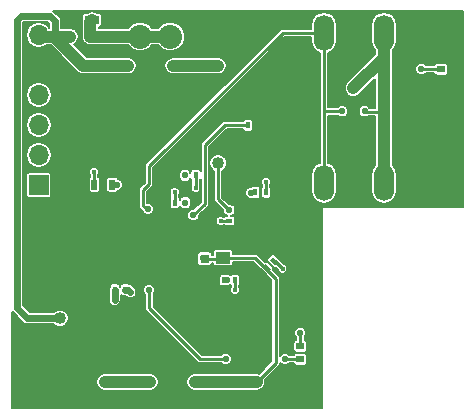
<source format=gbr>
G04 #@! TF.FileFunction,Copper,L2,Bot,Signal*
%FSLAX46Y46*%
G04 Gerber Fmt 4.6, Leading zero omitted, Abs format (unit mm)*
G04 Created by KiCad (PCBNEW 4.0.5) date 05/26/17 15:09:59*
%MOMM*%
%LPD*%
G01*
G04 APERTURE LIST*
%ADD10C,0.100000*%
%ADD11C,2.032000*%
%ADD12C,0.356000*%
%ADD13R,1.200000X0.750000*%
%ADD14R,0.600000X0.800000*%
%ADD15R,1.250000X1.000000*%
%ADD16R,0.750000X0.800000*%
%ADD17R,0.700000X0.600000*%
%ADD18R,1.700000X1.700000*%
%ADD19O,1.700000X1.700000*%
%ADD20O,1.727200X3.048000*%
%ADD21R,0.500000X0.900000*%
%ADD22R,0.400000X0.600000*%
%ADD23C,0.381000*%
%ADD24R,0.600000X0.400000*%
%ADD25C,1.016000*%
%ADD26C,0.558800*%
%ADD27C,0.254000*%
%ADD28C,1.016000*%
%ADD29C,0.558800*%
%ADD30C,0.152400*%
G04 APERTURE END LIST*
D10*
D11*
X13462000Y31521400D03*
X10922000Y31521400D03*
X12192000Y4597400D03*
D12*
X16954500Y18211800D03*
X20878800Y9956800D03*
X20878800Y10617200D03*
X20878800Y9296400D03*
X25679400Y5054600D03*
X25679400Y7594600D03*
X25679400Y10769600D03*
X25679400Y11404600D03*
X25679400Y8229600D03*
X25679400Y6324600D03*
X25679400Y5689600D03*
X25679400Y8864600D03*
X25679400Y10134600D03*
X25679400Y9499600D03*
X25679400Y6959600D03*
X20878800Y7315200D03*
X25679400Y3784600D03*
X16560800Y6756400D03*
X25679400Y4419600D03*
X18542000Y6756400D03*
X20955000Y15265400D03*
X18897600Y22453600D03*
X19202400Y6756400D03*
X17221200Y6756400D03*
X17881600Y6756400D03*
X19862800Y6756400D03*
X20878800Y8636000D03*
X15900400Y6756400D03*
X25679400Y3149600D03*
X25679400Y2514600D03*
X15252700Y6756400D03*
X25679400Y1244600D03*
X25679400Y609600D03*
X20523200Y6756400D03*
X25171400Y11785600D03*
X29083000Y17526000D03*
X27940000Y17526000D03*
X25400000Y15621000D03*
X24638000Y15621000D03*
X23812500Y15621000D03*
X23050500Y15621000D03*
X23812500Y16827500D03*
X23812500Y20066000D03*
X23812500Y21336000D03*
X22783800Y21513800D03*
X20243800Y21526500D03*
X34544000Y17526000D03*
X20472400Y14782800D03*
X10274300Y17767300D03*
X16865600Y15722600D03*
X26250900Y16065500D03*
X36017200Y18516600D03*
X18897600Y20802600D03*
X14935200Y7327900D03*
X18288000Y9550400D03*
X16510000Y10972800D03*
X12585700Y10058400D03*
X19659600Y8166100D03*
X13931900Y7327900D03*
X19659600Y9309100D03*
X25679400Y1879600D03*
X18516600Y8166100D03*
X23228300Y7785100D03*
X20878800Y7975600D03*
X18427700Y17830800D03*
X25209500Y20955000D03*
X23710900Y22517100D03*
X33401000Y17526000D03*
X25209500Y17526000D03*
X25209500Y16383000D03*
X22288500Y15621000D03*
X21526500Y15621000D03*
X21513800Y22123400D03*
X25209500Y22237700D03*
X30226000Y17526000D03*
X18897600Y21640800D03*
X13589000Y12446000D03*
X12954000Y12446000D03*
X12319000Y12446000D03*
X11684000Y12446000D03*
X11049000Y12446000D03*
X11049000Y13081000D03*
X11684000Y13081000D03*
X12319000Y13081000D03*
X12954000Y13081000D03*
X13589000Y13081000D03*
X13589000Y13716000D03*
X12954000Y13716000D03*
X12319000Y13716000D03*
X11684000Y13716000D03*
X11049000Y13716000D03*
X11049000Y14351000D03*
X11684000Y14351000D03*
X12319000Y14351000D03*
X12954000Y14351000D03*
X13589000Y14351000D03*
X13589000Y14986000D03*
X12954000Y14986000D03*
X12319000Y14986000D03*
X11684000Y14986000D03*
X11049000Y14986000D03*
D13*
X6842800Y32943800D03*
X4942800Y32943800D03*
D14*
X4992000Y31521400D03*
X6692000Y31521400D03*
D15*
X17932400Y12804900D03*
X17932400Y14804900D03*
D16*
X16357600Y12712000D03*
X16357600Y14212000D03*
D17*
X36385500Y28769400D03*
X36385500Y27669400D03*
X24472900Y4212500D03*
X24472900Y5312500D03*
D18*
X2311400Y18948400D03*
D19*
X2311400Y21488400D03*
X2311400Y24028400D03*
X2311400Y26568400D03*
X2311400Y29108400D03*
X2311400Y31648400D03*
D20*
X31546800Y31851600D03*
X26466800Y31851600D03*
X31546800Y19151600D03*
X26466800Y19151600D03*
D21*
X7022400Y18999200D03*
X8522400Y18999200D03*
D10*
G36*
X21685413Y11558349D02*
X21261149Y11982613D01*
X21543991Y12265455D01*
X21968255Y11841191D01*
X21685413Y11558349D01*
X21685413Y11558349D01*
G37*
G36*
X22321809Y12194745D02*
X21897545Y12619009D01*
X22180387Y12901851D01*
X22604651Y12477587D01*
X22321809Y12194745D01*
X22321809Y12194745D01*
G37*
D22*
X14737500Y17462500D03*
X13837500Y17462500D03*
X15601100Y19773900D03*
X14701100Y19773900D03*
X20657400Y18338800D03*
X21557400Y18338800D03*
D23*
X7023100Y20053300D03*
X8750300Y9220200D03*
X22961600Y11887200D03*
X17716500Y15925800D03*
X15595600Y18719800D03*
X13830300Y18364200D03*
X18935700Y10058400D03*
X21564600Y19202400D03*
D22*
X8744800Y10109200D03*
X9644800Y10109200D03*
D24*
X18440400Y16833000D03*
X18440400Y15933000D03*
D22*
X18041200Y10909300D03*
X18941200Y10909300D03*
X20922400Y24028400D03*
X20022400Y24028400D03*
D25*
X15544800Y2286000D03*
X7924800Y2286000D03*
X11734800Y2286000D03*
D26*
X16214000Y12801600D03*
D25*
X17513300Y20815300D03*
D26*
X18440400Y16833000D03*
D25*
X28956000Y27152600D03*
D26*
X17513300Y29070300D03*
X13703300Y29070300D03*
X9893300Y29070300D03*
X29906000Y25196800D03*
X10083800Y9880600D03*
D25*
X4114800Y7683500D03*
D26*
X8915400Y18977100D03*
X18248600Y10910800D03*
X14719300Y17472660D03*
X14701100Y19773900D03*
X20289200Y18313400D03*
X34721800Y28778200D03*
X24472900Y6438900D03*
X28006000Y25196800D03*
X11569700Y16916400D03*
X15417800Y16395700D03*
X11633200Y10058400D03*
X18148300Y4216400D03*
X23164800Y4216400D03*
D27*
X21614702Y11911902D02*
X21614702Y11811698D01*
X21614702Y11811698D02*
X21971000Y11455400D01*
X22377400Y3886200D02*
X22377400Y11049000D01*
X20621500Y12804900D02*
X17932400Y12804900D01*
X22377400Y11049000D02*
X21971000Y11455400D01*
X21971000Y11455400D02*
X20621500Y12804900D01*
D28*
X19354800Y2286000D02*
X20777200Y2286000D01*
D27*
X20777200Y2286000D02*
X22377400Y3886200D01*
D28*
X7924800Y2286000D02*
X11734800Y2286000D01*
X15544800Y2286000D02*
X19354800Y2286000D01*
D27*
X22377400Y3886200D02*
X22377400Y3873500D01*
X16357600Y12712000D02*
X17839500Y12712000D01*
X17839500Y12712000D02*
X17932400Y12804900D01*
X16214000Y12801600D02*
X16303600Y12712000D01*
X16303600Y12712000D02*
X16357600Y12712000D01*
X17513300Y20815300D02*
X17513300Y17760100D01*
X17513300Y17760100D02*
X18440400Y16833000D01*
D28*
X31546800Y19151600D02*
X31546800Y31851600D01*
X28956000Y27152600D02*
X31546800Y29743400D01*
X31546800Y29743400D02*
X31546800Y31851600D01*
X3721100Y31521400D02*
X3721100Y31432500D01*
X13703300Y29070300D02*
X17513300Y29070300D01*
X6083300Y29070300D02*
X9893300Y29070300D01*
X3721100Y31432500D02*
X6083300Y29070300D01*
D27*
X31546800Y25146000D02*
X29956800Y25146000D01*
X29956800Y25146000D02*
X29906000Y25196800D01*
X31546800Y31851600D02*
X31546800Y25146000D01*
X31546800Y25146000D02*
X31546800Y19151600D01*
D29*
X9644800Y10109200D02*
X9855200Y10109200D01*
X9855200Y10109200D02*
X10083800Y9880600D01*
X3721100Y31521400D02*
X3721100Y32829500D01*
X1346200Y7683500D02*
X4114800Y7683500D01*
X469900Y8559800D02*
X1346200Y7683500D01*
X469900Y32931100D02*
X469900Y8559800D01*
X812800Y33274000D02*
X469900Y32931100D01*
X3276600Y33274000D02*
X812800Y33274000D01*
X3721100Y32829500D02*
X3276600Y33274000D01*
D28*
X4992000Y31521400D02*
X3721100Y31521400D01*
X3721100Y31521400D02*
X2438400Y31521400D01*
X2438400Y31521400D02*
X2311400Y31648400D01*
D27*
X8893300Y18999200D02*
X8522400Y18999200D01*
X8915400Y18977100D02*
X8893300Y18999200D01*
X18041200Y10909300D02*
X18247100Y10909300D01*
X18247100Y10909300D02*
X18248600Y10910800D01*
X14719300Y17472660D02*
X14729460Y17462500D01*
X14729460Y17462500D02*
X14737500Y17462500D01*
D28*
X6692000Y31521400D02*
X6692000Y32793000D01*
X6692000Y32793000D02*
X6842800Y32943800D01*
X6690400Y31519800D02*
X6692000Y31521400D01*
X13462000Y31521400D02*
X10922000Y31521400D01*
X10922000Y31521400D02*
X6692000Y31521400D01*
D27*
X20289200Y18313400D02*
X20632000Y18313400D01*
X20632000Y18313400D02*
X20657400Y18338800D01*
X20543100Y18313400D02*
X20289200Y18313400D01*
X20327300Y18351500D02*
X20365300Y18351500D01*
X20289200Y18313400D02*
X20327300Y18351500D01*
X20543100Y18313400D02*
X20555800Y18326100D01*
X34730600Y28769400D02*
X36385500Y28769400D01*
X34721800Y28778200D02*
X34730600Y28769400D01*
X24472900Y5312500D02*
X24472900Y6438900D01*
X22251098Y12548298D02*
X22300502Y12548298D01*
X22300502Y12548298D02*
X22961600Y11887200D01*
X18440400Y15933000D02*
X17723700Y15933000D01*
X17723700Y15933000D02*
X17716500Y15925800D01*
X13830300Y18364200D02*
X13830300Y17469700D01*
X13830300Y17469700D02*
X13837500Y17462500D01*
X15595600Y18719800D02*
X15595600Y19768400D01*
X15595600Y19768400D02*
X15601100Y19773900D01*
X28006000Y25196800D02*
X26466800Y25196800D01*
X26466800Y19151600D02*
X26466800Y25196800D01*
X26466800Y25196800D02*
X26466800Y31851600D01*
X11569700Y16916400D02*
X11468100Y16916400D01*
X22961600Y31851600D02*
X26466800Y31851600D01*
X11671300Y20561300D02*
X22961600Y31851600D01*
X11671300Y19024600D02*
X11671300Y20561300D01*
X11163300Y18516600D02*
X11671300Y19024600D01*
X11163300Y17221200D02*
X11163300Y18516600D01*
X11468100Y16916400D02*
X11163300Y17221200D01*
X18935700Y10058400D02*
X18935700Y10903800D01*
X18935700Y10903800D02*
X18941200Y10909300D01*
X7023100Y20053300D02*
X7023100Y18999900D01*
X7023100Y18999900D02*
X7022400Y18999200D01*
D29*
X8744800Y10109200D02*
X8744800Y9225700D01*
X8744800Y9225700D02*
X8750300Y9220200D01*
D27*
X18072100Y24028400D02*
X20022400Y24028400D01*
X16383000Y22339300D02*
X18072100Y24028400D01*
X16383000Y17360900D02*
X16383000Y22339300D01*
X15417800Y16395700D02*
X16383000Y17360900D01*
X21557400Y18338800D02*
X21557400Y19195200D01*
X21557400Y19195200D02*
X21564600Y19202400D01*
X11633200Y10058400D02*
X11684000Y10007600D01*
X11684000Y10007600D02*
X11684000Y8521700D01*
X11684000Y8521700D02*
X15989300Y4216400D01*
X15989300Y4216400D02*
X18148300Y4216400D01*
X23168700Y4212500D02*
X24472900Y4212500D01*
X23164800Y4216400D02*
X23168700Y4212500D01*
D30*
G36*
X38277800Y17068800D02*
X26377900Y17068800D01*
X26348254Y17062797D01*
X26323279Y17045732D01*
X26306911Y17020295D01*
X26301700Y16992600D01*
X26301700Y76200D01*
X76200Y76200D01*
X76200Y2140124D01*
X7188072Y2140124D01*
X7299977Y1869295D01*
X7507005Y1661905D01*
X7777638Y1549528D01*
X8070676Y1549272D01*
X8070986Y1549400D01*
X11734157Y1549400D01*
X11880676Y1549272D01*
X12151505Y1661177D01*
X12358895Y1868205D01*
X12471272Y2138838D01*
X12471273Y2140124D01*
X14808072Y2140124D01*
X14919977Y1869295D01*
X15127005Y1661905D01*
X15397638Y1549528D01*
X15690676Y1549272D01*
X15690986Y1549400D01*
X20777200Y1549400D01*
X21059085Y1605470D01*
X21298055Y1765145D01*
X21457730Y2004115D01*
X21513800Y2286000D01*
X21475026Y2480932D01*
X22590573Y3596479D01*
X22628847Y3622053D01*
X22705932Y3737418D01*
X22733000Y3873500D01*
X22733000Y3931166D01*
X22733888Y3929017D01*
X22876666Y3785990D01*
X23063309Y3708489D01*
X23265404Y3708312D01*
X23452183Y3785488D01*
X23523720Y3856900D01*
X23900284Y3856900D01*
X23905762Y3827786D01*
X23955828Y3749982D01*
X24032220Y3697785D01*
X24122900Y3679422D01*
X24822900Y3679422D01*
X24907614Y3695362D01*
X24985418Y3745428D01*
X25037615Y3821820D01*
X25055978Y3912500D01*
X25055978Y4512500D01*
X25040038Y4597214D01*
X24989972Y4675018D01*
X24913580Y4727215D01*
X24822900Y4745578D01*
X24122900Y4745578D01*
X24038186Y4729638D01*
X23960382Y4679572D01*
X23908185Y4603180D01*
X23901081Y4568100D01*
X23531507Y4568100D01*
X23452934Y4646810D01*
X23266291Y4724311D01*
X23064196Y4724488D01*
X22877417Y4647312D01*
X22734390Y4504534D01*
X22733000Y4501187D01*
X22733000Y5612500D01*
X23889822Y5612500D01*
X23889822Y5012500D01*
X23905762Y4927786D01*
X23955828Y4849982D01*
X24032220Y4797785D01*
X24122900Y4779422D01*
X24822900Y4779422D01*
X24907614Y4795362D01*
X24985418Y4845428D01*
X25037615Y4921820D01*
X25055978Y5012500D01*
X25055978Y5612500D01*
X25040038Y5697214D01*
X24989972Y5775018D01*
X24913580Y5827215D01*
X24828500Y5844444D01*
X24828500Y6076086D01*
X24903310Y6150766D01*
X24980811Y6337409D01*
X24980988Y6539504D01*
X24903812Y6726283D01*
X24761034Y6869310D01*
X24574391Y6946811D01*
X24372296Y6946988D01*
X24185517Y6869812D01*
X24042490Y6727034D01*
X23964989Y6540391D01*
X23964812Y6338296D01*
X24041988Y6151517D01*
X24117300Y6076074D01*
X24117300Y5844524D01*
X24038186Y5829638D01*
X23960382Y5779572D01*
X23908185Y5703180D01*
X23889822Y5612500D01*
X22733000Y5612500D01*
X22733000Y11049000D01*
X22705932Y11185082D01*
X22628847Y11300447D01*
X22181705Y11747589D01*
X22201311Y11837971D01*
X22184202Y11928897D01*
X22133066Y12006002D01*
X21708802Y12430266D01*
X21637629Y12478897D01*
X21547211Y12498511D01*
X21456285Y12481402D01*
X21451239Y12478055D01*
X21307065Y12622229D01*
X21664489Y12622229D01*
X21681598Y12531303D01*
X21732734Y12454198D01*
X22156998Y12029934D01*
X22228171Y11981303D01*
X22318589Y11961689D01*
X22373824Y11972082D01*
X22542936Y11802970D01*
X22606097Y11650109D01*
X22723889Y11532111D01*
X22877870Y11468173D01*
X23044598Y11468027D01*
X23198691Y11531697D01*
X23316689Y11649489D01*
X23380627Y11803470D01*
X23380773Y11970198D01*
X23317103Y12124291D01*
X23199311Y12242289D01*
X23045564Y12306130D01*
X22828524Y12523170D01*
X22820598Y12565293D01*
X22769462Y12642398D01*
X22345198Y13066662D01*
X22274025Y13115293D01*
X22183607Y13134907D01*
X22092681Y13117798D01*
X22015576Y13066662D01*
X21732734Y12783820D01*
X21684103Y12712647D01*
X21664489Y12622229D01*
X21307065Y12622229D01*
X20872947Y13056347D01*
X20757583Y13133432D01*
X20621500Y13160500D01*
X18790478Y13160500D01*
X18790478Y13304900D01*
X18774538Y13389614D01*
X18724472Y13467418D01*
X18648080Y13519615D01*
X18557400Y13537978D01*
X17307400Y13537978D01*
X17222686Y13522038D01*
X17144882Y13471972D01*
X17092685Y13395580D01*
X17074322Y13304900D01*
X17074322Y13067600D01*
X16965678Y13067600D01*
X16965678Y13112000D01*
X16949738Y13196714D01*
X16899672Y13274518D01*
X16823280Y13326715D01*
X16732600Y13345078D01*
X15982600Y13345078D01*
X15897886Y13329138D01*
X15820082Y13279072D01*
X15767885Y13202680D01*
X15749522Y13112000D01*
X15749522Y13007689D01*
X15706089Y12903091D01*
X15705912Y12700996D01*
X15749522Y12595452D01*
X15749522Y12312000D01*
X15765462Y12227286D01*
X15815528Y12149482D01*
X15891920Y12097285D01*
X15982600Y12078922D01*
X16732600Y12078922D01*
X16817314Y12094862D01*
X16895118Y12144928D01*
X16947315Y12221320D01*
X16965678Y12312000D01*
X16965678Y12356400D01*
X17074322Y12356400D01*
X17074322Y12304900D01*
X17090262Y12220186D01*
X17140328Y12142382D01*
X17216720Y12090185D01*
X17307400Y12071822D01*
X18557400Y12071822D01*
X18642114Y12087762D01*
X18719918Y12137828D01*
X18772115Y12214220D01*
X18790478Y12304900D01*
X18790478Y12449300D01*
X20474206Y12449300D01*
X21077895Y11845611D01*
X21096338Y11817802D01*
X21520602Y11393538D01*
X21550174Y11373332D01*
X22021800Y10901706D01*
X22021800Y4033494D01*
X20972132Y2983826D01*
X20777200Y3022600D01*
X15545443Y3022600D01*
X15398924Y3022728D01*
X15128095Y2910823D01*
X14920705Y2703795D01*
X14808328Y2433162D01*
X14808072Y2140124D01*
X12471273Y2140124D01*
X12471528Y2431876D01*
X12359623Y2702705D01*
X12152595Y2910095D01*
X11881962Y3022472D01*
X11588924Y3022728D01*
X11588614Y3022600D01*
X7925443Y3022600D01*
X7778924Y3022728D01*
X7508095Y2910823D01*
X7300705Y2703795D01*
X7188328Y2433162D01*
X7188072Y2140124D01*
X76200Y2140124D01*
X76200Y8252208D01*
X110690Y8200590D01*
X986990Y7324290D01*
X1151796Y7214169D01*
X1184050Y7207754D01*
X1346200Y7175500D01*
X3581113Y7175500D01*
X3697005Y7059405D01*
X3967638Y6947028D01*
X4260676Y6946772D01*
X4531505Y7058677D01*
X4738895Y7265705D01*
X4851272Y7536338D01*
X4851528Y7829376D01*
X4739623Y8100205D01*
X4532595Y8307595D01*
X4261962Y8419972D01*
X3968924Y8420228D01*
X3698095Y8308323D01*
X3581068Y8191500D01*
X1556620Y8191500D01*
X977900Y8770220D01*
X977900Y10109200D01*
X8236800Y10109200D01*
X8236800Y9225700D01*
X8275469Y9031297D01*
X8385590Y8866490D01*
X8391090Y8860990D01*
X8555896Y8750869D01*
X8750300Y8712200D01*
X8944703Y8750869D01*
X9109510Y8860990D01*
X9219631Y9025797D01*
X9258300Y9220200D01*
X9252800Y9247851D01*
X9252800Y9685421D01*
X9277728Y9646682D01*
X9354120Y9594485D01*
X9444800Y9576122D01*
X9669858Y9576122D01*
X9724564Y9521416D01*
X9795666Y9450190D01*
X9889393Y9411271D01*
X9889396Y9411269D01*
X9889400Y9411268D01*
X9982309Y9372689D01*
X10184404Y9372512D01*
X10371183Y9449688D01*
X10514210Y9592466D01*
X10591711Y9779109D01*
X10591867Y9957796D01*
X11125112Y9957796D01*
X11202288Y9771017D01*
X11328400Y9644685D01*
X11328400Y8521700D01*
X11355468Y8385617D01*
X11432553Y8270253D01*
X15737853Y3964953D01*
X15853218Y3887868D01*
X15989300Y3860800D01*
X17785486Y3860800D01*
X17860166Y3785990D01*
X18046809Y3708489D01*
X18248904Y3708312D01*
X18435683Y3785488D01*
X18578710Y3928266D01*
X18656211Y4114909D01*
X18656388Y4317004D01*
X18579212Y4503783D01*
X18436434Y4646810D01*
X18249791Y4724311D01*
X18047696Y4724488D01*
X17860917Y4647312D01*
X17785474Y4572000D01*
X16136594Y4572000D01*
X12039600Y8668994D01*
X12039600Y9746298D01*
X12063610Y9770266D01*
X12141111Y9956909D01*
X12141288Y10159004D01*
X12064112Y10345783D01*
X11921334Y10488810D01*
X11734691Y10566311D01*
X11532596Y10566488D01*
X11345817Y10489312D01*
X11202790Y10346534D01*
X11125289Y10159891D01*
X11125112Y9957796D01*
X10591867Y9957796D01*
X10591888Y9981204D01*
X10553132Y10075001D01*
X10553131Y10075004D01*
X10553129Y10075006D01*
X10514712Y10167983D01*
X10371934Y10311010D01*
X10371722Y10311098D01*
X10214410Y10468410D01*
X10049603Y10578531D01*
X9982311Y10591916D01*
X9935480Y10623915D01*
X9844800Y10642278D01*
X9444800Y10642278D01*
X9360086Y10626338D01*
X9282282Y10576272D01*
X9230085Y10499880D01*
X9211722Y10409200D01*
X9211722Y10357859D01*
X9194800Y10332534D01*
X9177878Y10357859D01*
X9177878Y10409200D01*
X9161938Y10493914D01*
X9111872Y10571718D01*
X9035480Y10623915D01*
X8944800Y10642278D01*
X8544800Y10642278D01*
X8460086Y10626338D01*
X8382282Y10576272D01*
X8330085Y10499880D01*
X8311722Y10409200D01*
X8311722Y10357859D01*
X8275469Y10303603D01*
X8236800Y10109200D01*
X977900Y10109200D01*
X977900Y11209300D01*
X17608122Y11209300D01*
X17608122Y10609300D01*
X17624062Y10524586D01*
X17674128Y10446782D01*
X17750520Y10394585D01*
X17841200Y10376222D01*
X18241200Y10376222D01*
X18325914Y10392162D01*
X18342318Y10402718D01*
X18349204Y10402712D01*
X18535983Y10479888D01*
X18546237Y10490125D01*
X18574128Y10446782D01*
X18580100Y10442701D01*
X18580100Y10294880D01*
X18516673Y10142130D01*
X18516527Y9975402D01*
X18580197Y9821309D01*
X18697989Y9703311D01*
X18851970Y9639373D01*
X19018698Y9639227D01*
X19172791Y9702897D01*
X19290789Y9820689D01*
X19354727Y9974670D01*
X19354873Y10141398D01*
X19291300Y10295256D01*
X19291300Y10434237D01*
X19303718Y10442228D01*
X19355915Y10518620D01*
X19374278Y10609300D01*
X19374278Y11209300D01*
X19358338Y11294014D01*
X19308272Y11371818D01*
X19231880Y11424015D01*
X19141200Y11442378D01*
X18741200Y11442378D01*
X18656486Y11426438D01*
X18578682Y11376372D01*
X18547374Y11330552D01*
X18536734Y11341210D01*
X18350091Y11418711D01*
X18339629Y11418720D01*
X18331880Y11424015D01*
X18241200Y11442378D01*
X17841200Y11442378D01*
X17756486Y11426438D01*
X17678682Y11376372D01*
X17626485Y11299980D01*
X17608122Y11209300D01*
X977900Y11209300D01*
X977900Y19798400D01*
X1228322Y19798400D01*
X1228322Y18098400D01*
X1244262Y18013686D01*
X1294328Y17935882D01*
X1370720Y17883685D01*
X1461400Y17865322D01*
X3161400Y17865322D01*
X3246114Y17881262D01*
X3323918Y17931328D01*
X3376115Y18007720D01*
X3394478Y18098400D01*
X3394478Y19449200D01*
X6539322Y19449200D01*
X6539322Y18549200D01*
X6555262Y18464486D01*
X6605328Y18386682D01*
X6681720Y18334485D01*
X6772400Y18316122D01*
X7272400Y18316122D01*
X7357114Y18332062D01*
X7434918Y18382128D01*
X7487115Y18458520D01*
X7505478Y18549200D01*
X7505478Y19449200D01*
X8039322Y19449200D01*
X8039322Y18549200D01*
X8055262Y18464486D01*
X8105328Y18386682D01*
X8181720Y18334485D01*
X8272400Y18316122D01*
X8772400Y18316122D01*
X8857114Y18332062D01*
X8934918Y18382128D01*
X8987115Y18458520D01*
X8989244Y18469035D01*
X9016004Y18469012D01*
X9131175Y18516600D01*
X10807700Y18516600D01*
X10807700Y17221200D01*
X10834768Y17085117D01*
X10911853Y16969753D01*
X11061616Y16819990D01*
X11061612Y16815796D01*
X11138788Y16629017D01*
X11281566Y16485990D01*
X11468209Y16408489D01*
X11670304Y16408312D01*
X11857083Y16485488D01*
X12000110Y16628266D01*
X12077611Y16814909D01*
X12077788Y17017004D01*
X12000612Y17203783D01*
X11857834Y17346810D01*
X11671191Y17424311D01*
X11518900Y17424444D01*
X11518900Y17762500D01*
X13404422Y17762500D01*
X13404422Y17162500D01*
X13420362Y17077786D01*
X13470428Y16999982D01*
X13546820Y16947785D01*
X13637500Y16929422D01*
X14037500Y16929422D01*
X14122214Y16945362D01*
X14200018Y16995428D01*
X14252215Y17071820D01*
X14270578Y17162500D01*
X14270578Y17228380D01*
X14288388Y17185277D01*
X14304422Y17169215D01*
X14304422Y17162500D01*
X14320362Y17077786D01*
X14370428Y16999982D01*
X14446820Y16947785D01*
X14537500Y16929422D01*
X14937500Y16929422D01*
X15022214Y16945362D01*
X15100018Y16995428D01*
X15152215Y17071820D01*
X15170578Y17162500D01*
X15170578Y17234782D01*
X15227211Y17371169D01*
X15227388Y17573264D01*
X15170578Y17710754D01*
X15170578Y17762500D01*
X15154638Y17847214D01*
X15104572Y17925018D01*
X15028180Y17977215D01*
X14937500Y17995578D01*
X14537500Y17995578D01*
X14452786Y17979638D01*
X14374982Y17929572D01*
X14322785Y17853180D01*
X14307924Y17779795D01*
X14288890Y17760794D01*
X14270578Y17716694D01*
X14270578Y17762500D01*
X14254638Y17847214D01*
X14204572Y17925018D01*
X14185900Y17937776D01*
X14185900Y18127720D01*
X14249327Y18280470D01*
X14249473Y18447198D01*
X14185803Y18601291D01*
X14068011Y18719289D01*
X13914030Y18783227D01*
X13747302Y18783373D01*
X13593209Y18719703D01*
X13475211Y18601911D01*
X13411273Y18447930D01*
X13411127Y18281202D01*
X13474700Y18127344D01*
X13474700Y17929159D01*
X13422785Y17853180D01*
X13404422Y17762500D01*
X11518900Y17762500D01*
X11518900Y18369306D01*
X11922747Y18773152D01*
X11988713Y18871878D01*
X11999832Y18888518D01*
X12026900Y19024600D01*
X12026900Y19673296D01*
X14193012Y19673296D01*
X14268022Y19491759D01*
X14268022Y19473900D01*
X14283962Y19389186D01*
X14334028Y19311382D01*
X14410420Y19259185D01*
X14501100Y19240822D01*
X14901100Y19240822D01*
X14985814Y19256762D01*
X15063618Y19306828D01*
X15115815Y19383220D01*
X15134178Y19473900D01*
X15134178Y19492191D01*
X15168022Y19573697D01*
X15168022Y19473900D01*
X15183962Y19389186D01*
X15234028Y19311382D01*
X15240000Y19307301D01*
X15240000Y18956280D01*
X15176573Y18803530D01*
X15176427Y18636802D01*
X15240097Y18482709D01*
X15357889Y18364711D01*
X15511870Y18300773D01*
X15678598Y18300627D01*
X15832691Y18364297D01*
X15950689Y18482089D01*
X16014627Y18636070D01*
X16014773Y18802798D01*
X15951200Y18956656D01*
X15951200Y19298837D01*
X15963618Y19306828D01*
X16015815Y19383220D01*
X16027400Y19440429D01*
X16027400Y17508194D01*
X15422901Y16903695D01*
X15317196Y16903788D01*
X15130417Y16826612D01*
X14987390Y16683834D01*
X14909889Y16497191D01*
X14909712Y16295096D01*
X14986888Y16108317D01*
X15129666Y15965290D01*
X15316309Y15887789D01*
X15518404Y15887612D01*
X15705183Y15964788D01*
X15848210Y16107566D01*
X15925711Y16294209D01*
X15925804Y16400810D01*
X16634447Y17109453D01*
X16711532Y17224817D01*
X16738600Y17360900D01*
X16738600Y20669424D01*
X16776572Y20669424D01*
X16888477Y20398595D01*
X17095505Y20191205D01*
X17157700Y20165379D01*
X17157700Y17760100D01*
X17184768Y17624017D01*
X17261853Y17508653D01*
X17907322Y16863184D01*
X17907322Y16633000D01*
X17923262Y16548286D01*
X17973328Y16470482D01*
X18049720Y16418285D01*
X18140400Y16399922D01*
X18158691Y16399922D01*
X18240197Y16366078D01*
X18140400Y16366078D01*
X18055686Y16350138D01*
X17977882Y16300072D01*
X17970043Y16288600D01*
X17935641Y16288600D01*
X17800230Y16344827D01*
X17633502Y16344973D01*
X17479409Y16281303D01*
X17361411Y16163511D01*
X17297473Y16009530D01*
X17297327Y15842802D01*
X17360997Y15688709D01*
X17478789Y15570711D01*
X17632770Y15506773D01*
X17799498Y15506627D01*
X17953591Y15570297D01*
X17960706Y15577400D01*
X17968876Y15577400D01*
X17973328Y15570482D01*
X18049720Y15518285D01*
X18140400Y15499922D01*
X18740400Y15499922D01*
X18825114Y15515862D01*
X18902918Y15565928D01*
X18955115Y15642320D01*
X18973478Y15733000D01*
X18973478Y16133000D01*
X18957538Y16217714D01*
X18907472Y16295518D01*
X18831080Y16347715D01*
X18740400Y16366078D01*
X18640633Y16366078D01*
X18722541Y16399922D01*
X18740400Y16399922D01*
X18825114Y16415862D01*
X18902918Y16465928D01*
X18955115Y16542320D01*
X18973478Y16633000D01*
X18973478Y17033000D01*
X18957538Y17117714D01*
X18907472Y17195518D01*
X18831080Y17247715D01*
X18740400Y17266078D01*
X18722109Y17266078D01*
X18541891Y17340911D01*
X18435290Y17341004D01*
X17868900Y17907394D01*
X17868900Y18212796D01*
X19781112Y18212796D01*
X19858288Y18026017D01*
X20001066Y17882990D01*
X20187709Y17805489D01*
X20389804Y17805312D01*
X20412702Y17814773D01*
X20457400Y17805722D01*
X20857400Y17805722D01*
X20942114Y17821662D01*
X21019918Y17871728D01*
X21072115Y17948120D01*
X21090478Y18038800D01*
X21090478Y18638800D01*
X21124322Y18638800D01*
X21124322Y18038800D01*
X21140262Y17954086D01*
X21190328Y17876282D01*
X21266720Y17824085D01*
X21357400Y17805722D01*
X21757400Y17805722D01*
X21842114Y17821662D01*
X21919918Y17871728D01*
X21972115Y17948120D01*
X21990478Y18038800D01*
X21990478Y18638800D01*
X21974538Y18723514D01*
X21924472Y18801318D01*
X21913000Y18809157D01*
X21913000Y18958012D01*
X21919689Y18964689D01*
X21983627Y19118670D01*
X21983773Y19285398D01*
X21920103Y19439491D01*
X21802311Y19557489D01*
X21648330Y19621427D01*
X21481602Y19621573D01*
X21327509Y19557903D01*
X21209511Y19440111D01*
X21145573Y19286130D01*
X21145427Y19119402D01*
X21201800Y18982969D01*
X21201800Y18810324D01*
X21194882Y18805872D01*
X21142685Y18729480D01*
X21124322Y18638800D01*
X21090478Y18638800D01*
X21074538Y18723514D01*
X21024472Y18801318D01*
X20948080Y18853515D01*
X20857400Y18871878D01*
X20457400Y18871878D01*
X20372686Y18855938D01*
X20318972Y18821374D01*
X20188596Y18821488D01*
X20001817Y18744312D01*
X19858790Y18601534D01*
X19781289Y18414891D01*
X19781112Y18212796D01*
X17868900Y18212796D01*
X17868900Y20165229D01*
X17930005Y20190477D01*
X18137395Y20397505D01*
X18249772Y20668138D01*
X18250028Y20961176D01*
X18138123Y21232005D01*
X17931095Y21439395D01*
X17660462Y21551772D01*
X17367424Y21552028D01*
X17096595Y21440123D01*
X16889205Y21233095D01*
X16776828Y20962462D01*
X16776572Y20669424D01*
X16738600Y20669424D01*
X16738600Y22192006D01*
X18219394Y23672800D01*
X19599784Y23672800D01*
X19605262Y23643686D01*
X19655328Y23565882D01*
X19731720Y23513685D01*
X19822400Y23495322D01*
X20222400Y23495322D01*
X20307114Y23511262D01*
X20384918Y23561328D01*
X20437115Y23637720D01*
X20455478Y23728400D01*
X20455478Y24328400D01*
X20439538Y24413114D01*
X20389472Y24490918D01*
X20313080Y24543115D01*
X20222400Y24561478D01*
X19822400Y24561478D01*
X19737686Y24545538D01*
X19659882Y24495472D01*
X19607685Y24419080D01*
X19600581Y24384000D01*
X18072100Y24384000D01*
X17936017Y24356932D01*
X17820653Y24279847D01*
X16131553Y22590747D01*
X16054468Y22475383D01*
X16054468Y22475382D01*
X16027400Y22339300D01*
X16027400Y20109922D01*
X16018238Y20158614D01*
X15968172Y20236418D01*
X15891780Y20288615D01*
X15801100Y20306978D01*
X15401100Y20306978D01*
X15316386Y20291038D01*
X15238582Y20240972D01*
X15186385Y20164580D01*
X15168022Y20073900D01*
X15168022Y19974133D01*
X15134178Y20056041D01*
X15134178Y20073900D01*
X15118238Y20158614D01*
X15068172Y20236418D01*
X14991780Y20288615D01*
X14901100Y20306978D01*
X14501100Y20306978D01*
X14416386Y20291038D01*
X14338582Y20240972D01*
X14286385Y20164580D01*
X14268022Y20073900D01*
X14268022Y20055609D01*
X14193189Y19875391D01*
X14193012Y19673296D01*
X12026900Y19673296D01*
X12026900Y20414006D01*
X23108894Y31496000D01*
X25374600Y31496000D01*
X25374600Y31156865D01*
X25457739Y30738898D01*
X25694498Y30384563D01*
X26048833Y30147804D01*
X26111200Y30135398D01*
X26111200Y20867802D01*
X26048833Y20855396D01*
X25694498Y20618637D01*
X25457739Y20264302D01*
X25374600Y19846335D01*
X25374600Y18456865D01*
X25457739Y18038898D01*
X25694498Y17684563D01*
X26048833Y17447804D01*
X26466800Y17364665D01*
X26884767Y17447804D01*
X27239102Y17684563D01*
X27475861Y18038898D01*
X27559000Y18456865D01*
X27559000Y19846335D01*
X27475861Y20264302D01*
X27239102Y20618637D01*
X26884767Y20855396D01*
X26822400Y20867802D01*
X26822400Y24841200D01*
X27643186Y24841200D01*
X27717866Y24766390D01*
X27904509Y24688889D01*
X28106604Y24688712D01*
X28293383Y24765888D01*
X28436410Y24908666D01*
X28513911Y25095309D01*
X28514088Y25297404D01*
X28436912Y25484183D01*
X28294134Y25627210D01*
X28107491Y25704711D01*
X27905396Y25704888D01*
X27718617Y25627712D01*
X27643174Y25552400D01*
X26822400Y25552400D01*
X26822400Y27006724D01*
X28219272Y27006724D01*
X28331177Y26735895D01*
X28538205Y26528505D01*
X28808838Y26416128D01*
X29101876Y26415872D01*
X29372705Y26527777D01*
X29580095Y26734805D01*
X29580223Y26735113D01*
X30810200Y27965090D01*
X30810200Y25501600D01*
X30319525Y25501600D01*
X30194134Y25627210D01*
X30007491Y25704711D01*
X29805396Y25704888D01*
X29618617Y25627712D01*
X29475590Y25484934D01*
X29398089Y25298291D01*
X29397912Y25096196D01*
X29475088Y24909417D01*
X29617866Y24766390D01*
X29804509Y24688889D01*
X30006604Y24688712D01*
X30193383Y24765888D01*
X30217938Y24790400D01*
X30810200Y24790400D01*
X30810200Y20642492D01*
X30774498Y20618637D01*
X30537739Y20264302D01*
X30454600Y19846335D01*
X30454600Y18456865D01*
X30537739Y18038898D01*
X30774498Y17684563D01*
X31128833Y17447804D01*
X31546800Y17364665D01*
X31964767Y17447804D01*
X32319102Y17684563D01*
X32555861Y18038898D01*
X32639000Y18456865D01*
X32639000Y19846335D01*
X32555861Y20264302D01*
X32319102Y20618637D01*
X32283400Y20642492D01*
X32283400Y28677596D01*
X34213712Y28677596D01*
X34290888Y28490817D01*
X34433666Y28347790D01*
X34620309Y28270289D01*
X34822404Y28270112D01*
X35009183Y28347288D01*
X35075811Y28413800D01*
X35812884Y28413800D01*
X35818362Y28384686D01*
X35868428Y28306882D01*
X35944820Y28254685D01*
X36035500Y28236322D01*
X36735500Y28236322D01*
X36820214Y28252262D01*
X36898018Y28302328D01*
X36950215Y28378720D01*
X36968578Y28469400D01*
X36968578Y29069400D01*
X36952638Y29154114D01*
X36902572Y29231918D01*
X36826180Y29284115D01*
X36735500Y29302478D01*
X36035500Y29302478D01*
X35950786Y29286538D01*
X35872982Y29236472D01*
X35820785Y29160080D01*
X35813681Y29125000D01*
X35093398Y29125000D01*
X35009934Y29208610D01*
X34823291Y29286111D01*
X34621196Y29286288D01*
X34434417Y29209112D01*
X34291390Y29066334D01*
X34213889Y28879691D01*
X34213712Y28677596D01*
X32283400Y28677596D01*
X32283400Y30360708D01*
X32319102Y30384563D01*
X32555861Y30738898D01*
X32639000Y31156865D01*
X32639000Y32546335D01*
X32555861Y32964302D01*
X32319102Y33318637D01*
X31964767Y33555396D01*
X31546800Y33638535D01*
X31128833Y33555396D01*
X30774498Y33318637D01*
X30537739Y32964302D01*
X30454600Y32546335D01*
X30454600Y31156865D01*
X30537739Y30738898D01*
X30774498Y30384563D01*
X30810200Y30360708D01*
X30810200Y30048510D01*
X28435145Y27673455D01*
X28331905Y27570395D01*
X28219528Y27299762D01*
X28219272Y27006724D01*
X26822400Y27006724D01*
X26822400Y30135398D01*
X26884767Y30147804D01*
X27239102Y30384563D01*
X27475861Y30738898D01*
X27559000Y31156865D01*
X27559000Y32546335D01*
X27475861Y32964302D01*
X27239102Y33318637D01*
X26884767Y33555396D01*
X26466800Y33638535D01*
X26048833Y33555396D01*
X25694498Y33318637D01*
X25457739Y32964302D01*
X25374600Y32546335D01*
X25374600Y32207200D01*
X22961600Y32207200D01*
X22825518Y32180132D01*
X22725094Y32113030D01*
X22710153Y32103047D01*
X11419853Y20812747D01*
X11342768Y20697383D01*
X11342768Y20697382D01*
X11315700Y20561300D01*
X11315700Y19171895D01*
X10911853Y18768047D01*
X10834768Y18652683D01*
X10827401Y18615647D01*
X10807700Y18516600D01*
X9131175Y18516600D01*
X9202783Y18546188D01*
X9345810Y18688966D01*
X9423311Y18875609D01*
X9423488Y19077704D01*
X9346312Y19264483D01*
X9203534Y19407510D01*
X9016891Y19485011D01*
X8998737Y19485027D01*
X8989538Y19533914D01*
X8939472Y19611718D01*
X8863080Y19663915D01*
X8772400Y19682278D01*
X8272400Y19682278D01*
X8187686Y19666338D01*
X8109882Y19616272D01*
X8057685Y19539880D01*
X8039322Y19449200D01*
X7505478Y19449200D01*
X7489538Y19533914D01*
X7439472Y19611718D01*
X7378700Y19653242D01*
X7378700Y19816820D01*
X7442127Y19969570D01*
X7442273Y20136298D01*
X7378603Y20290391D01*
X7260811Y20408389D01*
X7106830Y20472327D01*
X6940102Y20472473D01*
X6786009Y20408803D01*
X6668011Y20291011D01*
X6604073Y20137030D01*
X6603927Y19970302D01*
X6667500Y19816444D01*
X6667500Y19653349D01*
X6609882Y19616272D01*
X6557685Y19539880D01*
X6539322Y19449200D01*
X3394478Y19449200D01*
X3394478Y19798400D01*
X3378538Y19883114D01*
X3328472Y19960918D01*
X3252080Y20013115D01*
X3161400Y20031478D01*
X1461400Y20031478D01*
X1376686Y20015538D01*
X1298882Y19965472D01*
X1246685Y19889080D01*
X1228322Y19798400D01*
X977900Y19798400D01*
X977900Y21488400D01*
X1211669Y21488400D01*
X1293773Y21075638D01*
X1527584Y20725715D01*
X1877507Y20491904D01*
X2290269Y20409800D01*
X2332531Y20409800D01*
X2745293Y20491904D01*
X3095216Y20725715D01*
X3329027Y21075638D01*
X3411131Y21488400D01*
X3329027Y21901162D01*
X3095216Y22251085D01*
X2745293Y22484896D01*
X2332531Y22567000D01*
X2290269Y22567000D01*
X1877507Y22484896D01*
X1527584Y22251085D01*
X1293773Y21901162D01*
X1211669Y21488400D01*
X977900Y21488400D01*
X977900Y24028400D01*
X1211669Y24028400D01*
X1293773Y23615638D01*
X1527584Y23265715D01*
X1877507Y23031904D01*
X2290269Y22949800D01*
X2332531Y22949800D01*
X2745293Y23031904D01*
X3095216Y23265715D01*
X3329027Y23615638D01*
X3411131Y24028400D01*
X3329027Y24441162D01*
X3095216Y24791085D01*
X2745293Y25024896D01*
X2332531Y25107000D01*
X2290269Y25107000D01*
X1877507Y25024896D01*
X1527584Y24791085D01*
X1293773Y24441162D01*
X1211669Y24028400D01*
X977900Y24028400D01*
X977900Y26568400D01*
X1211669Y26568400D01*
X1293773Y26155638D01*
X1527584Y25805715D01*
X1877507Y25571904D01*
X2290269Y25489800D01*
X2332531Y25489800D01*
X2745293Y25571904D01*
X3095216Y25805715D01*
X3329027Y26155638D01*
X3411131Y26568400D01*
X3329027Y26981162D01*
X3095216Y27331085D01*
X2745293Y27564896D01*
X2332531Y27647000D01*
X2290269Y27647000D01*
X1877507Y27564896D01*
X1527584Y27331085D01*
X1293773Y26981162D01*
X1211669Y26568400D01*
X977900Y26568400D01*
X977900Y32720680D01*
X1023220Y32766000D01*
X3066180Y32766000D01*
X3213100Y32619080D01*
X3213100Y32258000D01*
X3197504Y32258000D01*
X3095216Y32411085D01*
X2745293Y32644896D01*
X2332531Y32727000D01*
X2290269Y32727000D01*
X1877507Y32644896D01*
X1527584Y32411085D01*
X1293773Y32061162D01*
X1211669Y31648400D01*
X1293773Y31235638D01*
X1527584Y30885715D01*
X1877507Y30651904D01*
X2290269Y30569800D01*
X2332531Y30569800D01*
X2745293Y30651904D01*
X2944186Y30784800D01*
X3327090Y30784800D01*
X5562445Y28549445D01*
X5801415Y28389770D01*
X6083300Y28333700D01*
X9893300Y28333700D01*
X10175185Y28389770D01*
X10414155Y28549445D01*
X10573830Y28788415D01*
X10629900Y29070300D01*
X12966700Y29070300D01*
X13022770Y28788415D01*
X13182445Y28549445D01*
X13421415Y28389770D01*
X13703300Y28333700D01*
X17513300Y28333700D01*
X17795185Y28389770D01*
X18034155Y28549445D01*
X18193830Y28788415D01*
X18249900Y29070300D01*
X18193830Y29352185D01*
X18034155Y29591155D01*
X17795185Y29750830D01*
X17513300Y29806900D01*
X13703300Y29806900D01*
X13421415Y29750830D01*
X13182445Y29591155D01*
X13022770Y29352185D01*
X12966700Y29070300D01*
X10629900Y29070300D01*
X10573830Y29352185D01*
X10414155Y29591155D01*
X10175185Y29750830D01*
X9893300Y29806900D01*
X6388410Y29806900D01*
X5322174Y30873136D01*
X5365639Y30902178D01*
X5376714Y30904262D01*
X5454518Y30954328D01*
X5463618Y30967646D01*
X5512855Y31000545D01*
X5672530Y31239515D01*
X5728281Y31519800D01*
X5953800Y31519800D01*
X6009870Y31237915D01*
X6169545Y30998945D01*
X6221477Y30964245D01*
X6224928Y30958882D01*
X6301320Y30906685D01*
X6310362Y30904854D01*
X6408515Y30839270D01*
X6690400Y30783200D01*
X6698444Y30784800D01*
X9898719Y30784800D01*
X10216070Y30466895D01*
X10673348Y30277017D01*
X11168480Y30276585D01*
X11626088Y30465664D01*
X11945781Y30784800D01*
X12438719Y30784800D01*
X12756070Y30466895D01*
X13213348Y30277017D01*
X13708480Y30276585D01*
X14166088Y30465664D01*
X14516505Y30815470D01*
X14706383Y31272748D01*
X14706815Y31767880D01*
X14517736Y32225488D01*
X14167930Y32575905D01*
X13710652Y32765783D01*
X13215520Y32766215D01*
X12757912Y32577136D01*
X12438219Y32258000D01*
X11945281Y32258000D01*
X11627930Y32575905D01*
X11170652Y32765783D01*
X10675520Y32766215D01*
X10217912Y32577136D01*
X9898219Y32258000D01*
X7428600Y32258000D01*
X7428600Y32335722D01*
X7442800Y32335722D01*
X7527514Y32351662D01*
X7605318Y32401728D01*
X7657515Y32478120D01*
X7675878Y32568800D01*
X7675878Y33318800D01*
X7659938Y33403514D01*
X7609872Y33481318D01*
X7533480Y33533515D01*
X7442800Y33551878D01*
X7233116Y33551878D01*
X7124684Y33624330D01*
X6842800Y33680400D01*
X6560915Y33624330D01*
X6452483Y33551878D01*
X6242800Y33551878D01*
X6158086Y33535938D01*
X6080282Y33485872D01*
X6028085Y33409480D01*
X6009722Y33318800D01*
X6009722Y33066097D01*
X5955400Y32793000D01*
X5955400Y31527844D01*
X5953800Y31519800D01*
X5728281Y31519800D01*
X5728600Y31521400D01*
X5672530Y31803285D01*
X5512855Y32042255D01*
X5465536Y32073873D01*
X5459072Y32083918D01*
X5382680Y32136115D01*
X5367907Y32139107D01*
X5273885Y32201930D01*
X4992000Y32258000D01*
X4229100Y32258000D01*
X4229100Y32829500D01*
X4190431Y33023903D01*
X4080310Y33188710D01*
X3635810Y33633210D01*
X3527172Y33705800D01*
X38277800Y33705800D01*
X38277800Y17068800D01*
X38277800Y17068800D01*
G37*
X38277800Y17068800D02*
X26377900Y17068800D01*
X26348254Y17062797D01*
X26323279Y17045732D01*
X26306911Y17020295D01*
X26301700Y16992600D01*
X26301700Y76200D01*
X76200Y76200D01*
X76200Y2140124D01*
X7188072Y2140124D01*
X7299977Y1869295D01*
X7507005Y1661905D01*
X7777638Y1549528D01*
X8070676Y1549272D01*
X8070986Y1549400D01*
X11734157Y1549400D01*
X11880676Y1549272D01*
X12151505Y1661177D01*
X12358895Y1868205D01*
X12471272Y2138838D01*
X12471273Y2140124D01*
X14808072Y2140124D01*
X14919977Y1869295D01*
X15127005Y1661905D01*
X15397638Y1549528D01*
X15690676Y1549272D01*
X15690986Y1549400D01*
X20777200Y1549400D01*
X21059085Y1605470D01*
X21298055Y1765145D01*
X21457730Y2004115D01*
X21513800Y2286000D01*
X21475026Y2480932D01*
X22590573Y3596479D01*
X22628847Y3622053D01*
X22705932Y3737418D01*
X22733000Y3873500D01*
X22733000Y3931166D01*
X22733888Y3929017D01*
X22876666Y3785990D01*
X23063309Y3708489D01*
X23265404Y3708312D01*
X23452183Y3785488D01*
X23523720Y3856900D01*
X23900284Y3856900D01*
X23905762Y3827786D01*
X23955828Y3749982D01*
X24032220Y3697785D01*
X24122900Y3679422D01*
X24822900Y3679422D01*
X24907614Y3695362D01*
X24985418Y3745428D01*
X25037615Y3821820D01*
X25055978Y3912500D01*
X25055978Y4512500D01*
X25040038Y4597214D01*
X24989972Y4675018D01*
X24913580Y4727215D01*
X24822900Y4745578D01*
X24122900Y4745578D01*
X24038186Y4729638D01*
X23960382Y4679572D01*
X23908185Y4603180D01*
X23901081Y4568100D01*
X23531507Y4568100D01*
X23452934Y4646810D01*
X23266291Y4724311D01*
X23064196Y4724488D01*
X22877417Y4647312D01*
X22734390Y4504534D01*
X22733000Y4501187D01*
X22733000Y5612500D01*
X23889822Y5612500D01*
X23889822Y5012500D01*
X23905762Y4927786D01*
X23955828Y4849982D01*
X24032220Y4797785D01*
X24122900Y4779422D01*
X24822900Y4779422D01*
X24907614Y4795362D01*
X24985418Y4845428D01*
X25037615Y4921820D01*
X25055978Y5012500D01*
X25055978Y5612500D01*
X25040038Y5697214D01*
X24989972Y5775018D01*
X24913580Y5827215D01*
X24828500Y5844444D01*
X24828500Y6076086D01*
X24903310Y6150766D01*
X24980811Y6337409D01*
X24980988Y6539504D01*
X24903812Y6726283D01*
X24761034Y6869310D01*
X24574391Y6946811D01*
X24372296Y6946988D01*
X24185517Y6869812D01*
X24042490Y6727034D01*
X23964989Y6540391D01*
X23964812Y6338296D01*
X24041988Y6151517D01*
X24117300Y6076074D01*
X24117300Y5844524D01*
X24038186Y5829638D01*
X23960382Y5779572D01*
X23908185Y5703180D01*
X23889822Y5612500D01*
X22733000Y5612500D01*
X22733000Y11049000D01*
X22705932Y11185082D01*
X22628847Y11300447D01*
X22181705Y11747589D01*
X22201311Y11837971D01*
X22184202Y11928897D01*
X22133066Y12006002D01*
X21708802Y12430266D01*
X21637629Y12478897D01*
X21547211Y12498511D01*
X21456285Y12481402D01*
X21451239Y12478055D01*
X21307065Y12622229D01*
X21664489Y12622229D01*
X21681598Y12531303D01*
X21732734Y12454198D01*
X22156998Y12029934D01*
X22228171Y11981303D01*
X22318589Y11961689D01*
X22373824Y11972082D01*
X22542936Y11802970D01*
X22606097Y11650109D01*
X22723889Y11532111D01*
X22877870Y11468173D01*
X23044598Y11468027D01*
X23198691Y11531697D01*
X23316689Y11649489D01*
X23380627Y11803470D01*
X23380773Y11970198D01*
X23317103Y12124291D01*
X23199311Y12242289D01*
X23045564Y12306130D01*
X22828524Y12523170D01*
X22820598Y12565293D01*
X22769462Y12642398D01*
X22345198Y13066662D01*
X22274025Y13115293D01*
X22183607Y13134907D01*
X22092681Y13117798D01*
X22015576Y13066662D01*
X21732734Y12783820D01*
X21684103Y12712647D01*
X21664489Y12622229D01*
X21307065Y12622229D01*
X20872947Y13056347D01*
X20757583Y13133432D01*
X20621500Y13160500D01*
X18790478Y13160500D01*
X18790478Y13304900D01*
X18774538Y13389614D01*
X18724472Y13467418D01*
X18648080Y13519615D01*
X18557400Y13537978D01*
X17307400Y13537978D01*
X17222686Y13522038D01*
X17144882Y13471972D01*
X17092685Y13395580D01*
X17074322Y13304900D01*
X17074322Y13067600D01*
X16965678Y13067600D01*
X16965678Y13112000D01*
X16949738Y13196714D01*
X16899672Y13274518D01*
X16823280Y13326715D01*
X16732600Y13345078D01*
X15982600Y13345078D01*
X15897886Y13329138D01*
X15820082Y13279072D01*
X15767885Y13202680D01*
X15749522Y13112000D01*
X15749522Y13007689D01*
X15706089Y12903091D01*
X15705912Y12700996D01*
X15749522Y12595452D01*
X15749522Y12312000D01*
X15765462Y12227286D01*
X15815528Y12149482D01*
X15891920Y12097285D01*
X15982600Y12078922D01*
X16732600Y12078922D01*
X16817314Y12094862D01*
X16895118Y12144928D01*
X16947315Y12221320D01*
X16965678Y12312000D01*
X16965678Y12356400D01*
X17074322Y12356400D01*
X17074322Y12304900D01*
X17090262Y12220186D01*
X17140328Y12142382D01*
X17216720Y12090185D01*
X17307400Y12071822D01*
X18557400Y12071822D01*
X18642114Y12087762D01*
X18719918Y12137828D01*
X18772115Y12214220D01*
X18790478Y12304900D01*
X18790478Y12449300D01*
X20474206Y12449300D01*
X21077895Y11845611D01*
X21096338Y11817802D01*
X21520602Y11393538D01*
X21550174Y11373332D01*
X22021800Y10901706D01*
X22021800Y4033494D01*
X20972132Y2983826D01*
X20777200Y3022600D01*
X15545443Y3022600D01*
X15398924Y3022728D01*
X15128095Y2910823D01*
X14920705Y2703795D01*
X14808328Y2433162D01*
X14808072Y2140124D01*
X12471273Y2140124D01*
X12471528Y2431876D01*
X12359623Y2702705D01*
X12152595Y2910095D01*
X11881962Y3022472D01*
X11588924Y3022728D01*
X11588614Y3022600D01*
X7925443Y3022600D01*
X7778924Y3022728D01*
X7508095Y2910823D01*
X7300705Y2703795D01*
X7188328Y2433162D01*
X7188072Y2140124D01*
X76200Y2140124D01*
X76200Y8252208D01*
X110690Y8200590D01*
X986990Y7324290D01*
X1151796Y7214169D01*
X1184050Y7207754D01*
X1346200Y7175500D01*
X3581113Y7175500D01*
X3697005Y7059405D01*
X3967638Y6947028D01*
X4260676Y6946772D01*
X4531505Y7058677D01*
X4738895Y7265705D01*
X4851272Y7536338D01*
X4851528Y7829376D01*
X4739623Y8100205D01*
X4532595Y8307595D01*
X4261962Y8419972D01*
X3968924Y8420228D01*
X3698095Y8308323D01*
X3581068Y8191500D01*
X1556620Y8191500D01*
X977900Y8770220D01*
X977900Y10109200D01*
X8236800Y10109200D01*
X8236800Y9225700D01*
X8275469Y9031297D01*
X8385590Y8866490D01*
X8391090Y8860990D01*
X8555896Y8750869D01*
X8750300Y8712200D01*
X8944703Y8750869D01*
X9109510Y8860990D01*
X9219631Y9025797D01*
X9258300Y9220200D01*
X9252800Y9247851D01*
X9252800Y9685421D01*
X9277728Y9646682D01*
X9354120Y9594485D01*
X9444800Y9576122D01*
X9669858Y9576122D01*
X9724564Y9521416D01*
X9795666Y9450190D01*
X9889393Y9411271D01*
X9889396Y9411269D01*
X9889400Y9411268D01*
X9982309Y9372689D01*
X10184404Y9372512D01*
X10371183Y9449688D01*
X10514210Y9592466D01*
X10591711Y9779109D01*
X10591867Y9957796D01*
X11125112Y9957796D01*
X11202288Y9771017D01*
X11328400Y9644685D01*
X11328400Y8521700D01*
X11355468Y8385617D01*
X11432553Y8270253D01*
X15737853Y3964953D01*
X15853218Y3887868D01*
X15989300Y3860800D01*
X17785486Y3860800D01*
X17860166Y3785990D01*
X18046809Y3708489D01*
X18248904Y3708312D01*
X18435683Y3785488D01*
X18578710Y3928266D01*
X18656211Y4114909D01*
X18656388Y4317004D01*
X18579212Y4503783D01*
X18436434Y4646810D01*
X18249791Y4724311D01*
X18047696Y4724488D01*
X17860917Y4647312D01*
X17785474Y4572000D01*
X16136594Y4572000D01*
X12039600Y8668994D01*
X12039600Y9746298D01*
X12063610Y9770266D01*
X12141111Y9956909D01*
X12141288Y10159004D01*
X12064112Y10345783D01*
X11921334Y10488810D01*
X11734691Y10566311D01*
X11532596Y10566488D01*
X11345817Y10489312D01*
X11202790Y10346534D01*
X11125289Y10159891D01*
X11125112Y9957796D01*
X10591867Y9957796D01*
X10591888Y9981204D01*
X10553132Y10075001D01*
X10553131Y10075004D01*
X10553129Y10075006D01*
X10514712Y10167983D01*
X10371934Y10311010D01*
X10371722Y10311098D01*
X10214410Y10468410D01*
X10049603Y10578531D01*
X9982311Y10591916D01*
X9935480Y10623915D01*
X9844800Y10642278D01*
X9444800Y10642278D01*
X9360086Y10626338D01*
X9282282Y10576272D01*
X9230085Y10499880D01*
X9211722Y10409200D01*
X9211722Y10357859D01*
X9194800Y10332534D01*
X9177878Y10357859D01*
X9177878Y10409200D01*
X9161938Y10493914D01*
X9111872Y10571718D01*
X9035480Y10623915D01*
X8944800Y10642278D01*
X8544800Y10642278D01*
X8460086Y10626338D01*
X8382282Y10576272D01*
X8330085Y10499880D01*
X8311722Y10409200D01*
X8311722Y10357859D01*
X8275469Y10303603D01*
X8236800Y10109200D01*
X977900Y10109200D01*
X977900Y11209300D01*
X17608122Y11209300D01*
X17608122Y10609300D01*
X17624062Y10524586D01*
X17674128Y10446782D01*
X17750520Y10394585D01*
X17841200Y10376222D01*
X18241200Y10376222D01*
X18325914Y10392162D01*
X18342318Y10402718D01*
X18349204Y10402712D01*
X18535983Y10479888D01*
X18546237Y10490125D01*
X18574128Y10446782D01*
X18580100Y10442701D01*
X18580100Y10294880D01*
X18516673Y10142130D01*
X18516527Y9975402D01*
X18580197Y9821309D01*
X18697989Y9703311D01*
X18851970Y9639373D01*
X19018698Y9639227D01*
X19172791Y9702897D01*
X19290789Y9820689D01*
X19354727Y9974670D01*
X19354873Y10141398D01*
X19291300Y10295256D01*
X19291300Y10434237D01*
X19303718Y10442228D01*
X19355915Y10518620D01*
X19374278Y10609300D01*
X19374278Y11209300D01*
X19358338Y11294014D01*
X19308272Y11371818D01*
X19231880Y11424015D01*
X19141200Y11442378D01*
X18741200Y11442378D01*
X18656486Y11426438D01*
X18578682Y11376372D01*
X18547374Y11330552D01*
X18536734Y11341210D01*
X18350091Y11418711D01*
X18339629Y11418720D01*
X18331880Y11424015D01*
X18241200Y11442378D01*
X17841200Y11442378D01*
X17756486Y11426438D01*
X17678682Y11376372D01*
X17626485Y11299980D01*
X17608122Y11209300D01*
X977900Y11209300D01*
X977900Y19798400D01*
X1228322Y19798400D01*
X1228322Y18098400D01*
X1244262Y18013686D01*
X1294328Y17935882D01*
X1370720Y17883685D01*
X1461400Y17865322D01*
X3161400Y17865322D01*
X3246114Y17881262D01*
X3323918Y17931328D01*
X3376115Y18007720D01*
X3394478Y18098400D01*
X3394478Y19449200D01*
X6539322Y19449200D01*
X6539322Y18549200D01*
X6555262Y18464486D01*
X6605328Y18386682D01*
X6681720Y18334485D01*
X6772400Y18316122D01*
X7272400Y18316122D01*
X7357114Y18332062D01*
X7434918Y18382128D01*
X7487115Y18458520D01*
X7505478Y18549200D01*
X7505478Y19449200D01*
X8039322Y19449200D01*
X8039322Y18549200D01*
X8055262Y18464486D01*
X8105328Y18386682D01*
X8181720Y18334485D01*
X8272400Y18316122D01*
X8772400Y18316122D01*
X8857114Y18332062D01*
X8934918Y18382128D01*
X8987115Y18458520D01*
X8989244Y18469035D01*
X9016004Y18469012D01*
X9131175Y18516600D01*
X10807700Y18516600D01*
X10807700Y17221200D01*
X10834768Y17085117D01*
X10911853Y16969753D01*
X11061616Y16819990D01*
X11061612Y16815796D01*
X11138788Y16629017D01*
X11281566Y16485990D01*
X11468209Y16408489D01*
X11670304Y16408312D01*
X11857083Y16485488D01*
X12000110Y16628266D01*
X12077611Y16814909D01*
X12077788Y17017004D01*
X12000612Y17203783D01*
X11857834Y17346810D01*
X11671191Y17424311D01*
X11518900Y17424444D01*
X11518900Y17762500D01*
X13404422Y17762500D01*
X13404422Y17162500D01*
X13420362Y17077786D01*
X13470428Y16999982D01*
X13546820Y16947785D01*
X13637500Y16929422D01*
X14037500Y16929422D01*
X14122214Y16945362D01*
X14200018Y16995428D01*
X14252215Y17071820D01*
X14270578Y17162500D01*
X14270578Y17228380D01*
X14288388Y17185277D01*
X14304422Y17169215D01*
X14304422Y17162500D01*
X14320362Y17077786D01*
X14370428Y16999982D01*
X14446820Y16947785D01*
X14537500Y16929422D01*
X14937500Y16929422D01*
X15022214Y16945362D01*
X15100018Y16995428D01*
X15152215Y17071820D01*
X15170578Y17162500D01*
X15170578Y17234782D01*
X15227211Y17371169D01*
X15227388Y17573264D01*
X15170578Y17710754D01*
X15170578Y17762500D01*
X15154638Y17847214D01*
X15104572Y17925018D01*
X15028180Y17977215D01*
X14937500Y17995578D01*
X14537500Y17995578D01*
X14452786Y17979638D01*
X14374982Y17929572D01*
X14322785Y17853180D01*
X14307924Y17779795D01*
X14288890Y17760794D01*
X14270578Y17716694D01*
X14270578Y17762500D01*
X14254638Y17847214D01*
X14204572Y17925018D01*
X14185900Y17937776D01*
X14185900Y18127720D01*
X14249327Y18280470D01*
X14249473Y18447198D01*
X14185803Y18601291D01*
X14068011Y18719289D01*
X13914030Y18783227D01*
X13747302Y18783373D01*
X13593209Y18719703D01*
X13475211Y18601911D01*
X13411273Y18447930D01*
X13411127Y18281202D01*
X13474700Y18127344D01*
X13474700Y17929159D01*
X13422785Y17853180D01*
X13404422Y17762500D01*
X11518900Y17762500D01*
X11518900Y18369306D01*
X11922747Y18773152D01*
X11988713Y18871878D01*
X11999832Y18888518D01*
X12026900Y19024600D01*
X12026900Y19673296D01*
X14193012Y19673296D01*
X14268022Y19491759D01*
X14268022Y19473900D01*
X14283962Y19389186D01*
X14334028Y19311382D01*
X14410420Y19259185D01*
X14501100Y19240822D01*
X14901100Y19240822D01*
X14985814Y19256762D01*
X15063618Y19306828D01*
X15115815Y19383220D01*
X15134178Y19473900D01*
X15134178Y19492191D01*
X15168022Y19573697D01*
X15168022Y19473900D01*
X15183962Y19389186D01*
X15234028Y19311382D01*
X15240000Y19307301D01*
X15240000Y18956280D01*
X15176573Y18803530D01*
X15176427Y18636802D01*
X15240097Y18482709D01*
X15357889Y18364711D01*
X15511870Y18300773D01*
X15678598Y18300627D01*
X15832691Y18364297D01*
X15950689Y18482089D01*
X16014627Y18636070D01*
X16014773Y18802798D01*
X15951200Y18956656D01*
X15951200Y19298837D01*
X15963618Y19306828D01*
X16015815Y19383220D01*
X16027400Y19440429D01*
X16027400Y17508194D01*
X15422901Y16903695D01*
X15317196Y16903788D01*
X15130417Y16826612D01*
X14987390Y16683834D01*
X14909889Y16497191D01*
X14909712Y16295096D01*
X14986888Y16108317D01*
X15129666Y15965290D01*
X15316309Y15887789D01*
X15518404Y15887612D01*
X15705183Y15964788D01*
X15848210Y16107566D01*
X15925711Y16294209D01*
X15925804Y16400810D01*
X16634447Y17109453D01*
X16711532Y17224817D01*
X16738600Y17360900D01*
X16738600Y20669424D01*
X16776572Y20669424D01*
X16888477Y20398595D01*
X17095505Y20191205D01*
X17157700Y20165379D01*
X17157700Y17760100D01*
X17184768Y17624017D01*
X17261853Y17508653D01*
X17907322Y16863184D01*
X17907322Y16633000D01*
X17923262Y16548286D01*
X17973328Y16470482D01*
X18049720Y16418285D01*
X18140400Y16399922D01*
X18158691Y16399922D01*
X18240197Y16366078D01*
X18140400Y16366078D01*
X18055686Y16350138D01*
X17977882Y16300072D01*
X17970043Y16288600D01*
X17935641Y16288600D01*
X17800230Y16344827D01*
X17633502Y16344973D01*
X17479409Y16281303D01*
X17361411Y16163511D01*
X17297473Y16009530D01*
X17297327Y15842802D01*
X17360997Y15688709D01*
X17478789Y15570711D01*
X17632770Y15506773D01*
X17799498Y15506627D01*
X17953591Y15570297D01*
X17960706Y15577400D01*
X17968876Y15577400D01*
X17973328Y15570482D01*
X18049720Y15518285D01*
X18140400Y15499922D01*
X18740400Y15499922D01*
X18825114Y15515862D01*
X18902918Y15565928D01*
X18955115Y15642320D01*
X18973478Y15733000D01*
X18973478Y16133000D01*
X18957538Y16217714D01*
X18907472Y16295518D01*
X18831080Y16347715D01*
X18740400Y16366078D01*
X18640633Y16366078D01*
X18722541Y16399922D01*
X18740400Y16399922D01*
X18825114Y16415862D01*
X18902918Y16465928D01*
X18955115Y16542320D01*
X18973478Y16633000D01*
X18973478Y17033000D01*
X18957538Y17117714D01*
X18907472Y17195518D01*
X18831080Y17247715D01*
X18740400Y17266078D01*
X18722109Y17266078D01*
X18541891Y17340911D01*
X18435290Y17341004D01*
X17868900Y17907394D01*
X17868900Y18212796D01*
X19781112Y18212796D01*
X19858288Y18026017D01*
X20001066Y17882990D01*
X20187709Y17805489D01*
X20389804Y17805312D01*
X20412702Y17814773D01*
X20457400Y17805722D01*
X20857400Y17805722D01*
X20942114Y17821662D01*
X21019918Y17871728D01*
X21072115Y17948120D01*
X21090478Y18038800D01*
X21090478Y18638800D01*
X21124322Y18638800D01*
X21124322Y18038800D01*
X21140262Y17954086D01*
X21190328Y17876282D01*
X21266720Y17824085D01*
X21357400Y17805722D01*
X21757400Y17805722D01*
X21842114Y17821662D01*
X21919918Y17871728D01*
X21972115Y17948120D01*
X21990478Y18038800D01*
X21990478Y18638800D01*
X21974538Y18723514D01*
X21924472Y18801318D01*
X21913000Y18809157D01*
X21913000Y18958012D01*
X21919689Y18964689D01*
X21983627Y19118670D01*
X21983773Y19285398D01*
X21920103Y19439491D01*
X21802311Y19557489D01*
X21648330Y19621427D01*
X21481602Y19621573D01*
X21327509Y19557903D01*
X21209511Y19440111D01*
X21145573Y19286130D01*
X21145427Y19119402D01*
X21201800Y18982969D01*
X21201800Y18810324D01*
X21194882Y18805872D01*
X21142685Y18729480D01*
X21124322Y18638800D01*
X21090478Y18638800D01*
X21074538Y18723514D01*
X21024472Y18801318D01*
X20948080Y18853515D01*
X20857400Y18871878D01*
X20457400Y18871878D01*
X20372686Y18855938D01*
X20318972Y18821374D01*
X20188596Y18821488D01*
X20001817Y18744312D01*
X19858790Y18601534D01*
X19781289Y18414891D01*
X19781112Y18212796D01*
X17868900Y18212796D01*
X17868900Y20165229D01*
X17930005Y20190477D01*
X18137395Y20397505D01*
X18249772Y20668138D01*
X18250028Y20961176D01*
X18138123Y21232005D01*
X17931095Y21439395D01*
X17660462Y21551772D01*
X17367424Y21552028D01*
X17096595Y21440123D01*
X16889205Y21233095D01*
X16776828Y20962462D01*
X16776572Y20669424D01*
X16738600Y20669424D01*
X16738600Y22192006D01*
X18219394Y23672800D01*
X19599784Y23672800D01*
X19605262Y23643686D01*
X19655328Y23565882D01*
X19731720Y23513685D01*
X19822400Y23495322D01*
X20222400Y23495322D01*
X20307114Y23511262D01*
X20384918Y23561328D01*
X20437115Y23637720D01*
X20455478Y23728400D01*
X20455478Y24328400D01*
X20439538Y24413114D01*
X20389472Y24490918D01*
X20313080Y24543115D01*
X20222400Y24561478D01*
X19822400Y24561478D01*
X19737686Y24545538D01*
X19659882Y24495472D01*
X19607685Y24419080D01*
X19600581Y24384000D01*
X18072100Y24384000D01*
X17936017Y24356932D01*
X17820653Y24279847D01*
X16131553Y22590747D01*
X16054468Y22475383D01*
X16054468Y22475382D01*
X16027400Y22339300D01*
X16027400Y20109922D01*
X16018238Y20158614D01*
X15968172Y20236418D01*
X15891780Y20288615D01*
X15801100Y20306978D01*
X15401100Y20306978D01*
X15316386Y20291038D01*
X15238582Y20240972D01*
X15186385Y20164580D01*
X15168022Y20073900D01*
X15168022Y19974133D01*
X15134178Y20056041D01*
X15134178Y20073900D01*
X15118238Y20158614D01*
X15068172Y20236418D01*
X14991780Y20288615D01*
X14901100Y20306978D01*
X14501100Y20306978D01*
X14416386Y20291038D01*
X14338582Y20240972D01*
X14286385Y20164580D01*
X14268022Y20073900D01*
X14268022Y20055609D01*
X14193189Y19875391D01*
X14193012Y19673296D01*
X12026900Y19673296D01*
X12026900Y20414006D01*
X23108894Y31496000D01*
X25374600Y31496000D01*
X25374600Y31156865D01*
X25457739Y30738898D01*
X25694498Y30384563D01*
X26048833Y30147804D01*
X26111200Y30135398D01*
X26111200Y20867802D01*
X26048833Y20855396D01*
X25694498Y20618637D01*
X25457739Y20264302D01*
X25374600Y19846335D01*
X25374600Y18456865D01*
X25457739Y18038898D01*
X25694498Y17684563D01*
X26048833Y17447804D01*
X26466800Y17364665D01*
X26884767Y17447804D01*
X27239102Y17684563D01*
X27475861Y18038898D01*
X27559000Y18456865D01*
X27559000Y19846335D01*
X27475861Y20264302D01*
X27239102Y20618637D01*
X26884767Y20855396D01*
X26822400Y20867802D01*
X26822400Y24841200D01*
X27643186Y24841200D01*
X27717866Y24766390D01*
X27904509Y24688889D01*
X28106604Y24688712D01*
X28293383Y24765888D01*
X28436410Y24908666D01*
X28513911Y25095309D01*
X28514088Y25297404D01*
X28436912Y25484183D01*
X28294134Y25627210D01*
X28107491Y25704711D01*
X27905396Y25704888D01*
X27718617Y25627712D01*
X27643174Y25552400D01*
X26822400Y25552400D01*
X26822400Y27006724D01*
X28219272Y27006724D01*
X28331177Y26735895D01*
X28538205Y26528505D01*
X28808838Y26416128D01*
X29101876Y26415872D01*
X29372705Y26527777D01*
X29580095Y26734805D01*
X29580223Y26735113D01*
X30810200Y27965090D01*
X30810200Y25501600D01*
X30319525Y25501600D01*
X30194134Y25627210D01*
X30007491Y25704711D01*
X29805396Y25704888D01*
X29618617Y25627712D01*
X29475590Y25484934D01*
X29398089Y25298291D01*
X29397912Y25096196D01*
X29475088Y24909417D01*
X29617866Y24766390D01*
X29804509Y24688889D01*
X30006604Y24688712D01*
X30193383Y24765888D01*
X30217938Y24790400D01*
X30810200Y24790400D01*
X30810200Y20642492D01*
X30774498Y20618637D01*
X30537739Y20264302D01*
X30454600Y19846335D01*
X30454600Y18456865D01*
X30537739Y18038898D01*
X30774498Y17684563D01*
X31128833Y17447804D01*
X31546800Y17364665D01*
X31964767Y17447804D01*
X32319102Y17684563D01*
X32555861Y18038898D01*
X32639000Y18456865D01*
X32639000Y19846335D01*
X32555861Y20264302D01*
X32319102Y20618637D01*
X32283400Y20642492D01*
X32283400Y28677596D01*
X34213712Y28677596D01*
X34290888Y28490817D01*
X34433666Y28347790D01*
X34620309Y28270289D01*
X34822404Y28270112D01*
X35009183Y28347288D01*
X35075811Y28413800D01*
X35812884Y28413800D01*
X35818362Y28384686D01*
X35868428Y28306882D01*
X35944820Y28254685D01*
X36035500Y28236322D01*
X36735500Y28236322D01*
X36820214Y28252262D01*
X36898018Y28302328D01*
X36950215Y28378720D01*
X36968578Y28469400D01*
X36968578Y29069400D01*
X36952638Y29154114D01*
X36902572Y29231918D01*
X36826180Y29284115D01*
X36735500Y29302478D01*
X36035500Y29302478D01*
X35950786Y29286538D01*
X35872982Y29236472D01*
X35820785Y29160080D01*
X35813681Y29125000D01*
X35093398Y29125000D01*
X35009934Y29208610D01*
X34823291Y29286111D01*
X34621196Y29286288D01*
X34434417Y29209112D01*
X34291390Y29066334D01*
X34213889Y28879691D01*
X34213712Y28677596D01*
X32283400Y28677596D01*
X32283400Y30360708D01*
X32319102Y30384563D01*
X32555861Y30738898D01*
X32639000Y31156865D01*
X32639000Y32546335D01*
X32555861Y32964302D01*
X32319102Y33318637D01*
X31964767Y33555396D01*
X31546800Y33638535D01*
X31128833Y33555396D01*
X30774498Y33318637D01*
X30537739Y32964302D01*
X30454600Y32546335D01*
X30454600Y31156865D01*
X30537739Y30738898D01*
X30774498Y30384563D01*
X30810200Y30360708D01*
X30810200Y30048510D01*
X28435145Y27673455D01*
X28331905Y27570395D01*
X28219528Y27299762D01*
X28219272Y27006724D01*
X26822400Y27006724D01*
X26822400Y30135398D01*
X26884767Y30147804D01*
X27239102Y30384563D01*
X27475861Y30738898D01*
X27559000Y31156865D01*
X27559000Y32546335D01*
X27475861Y32964302D01*
X27239102Y33318637D01*
X26884767Y33555396D01*
X26466800Y33638535D01*
X26048833Y33555396D01*
X25694498Y33318637D01*
X25457739Y32964302D01*
X25374600Y32546335D01*
X25374600Y32207200D01*
X22961600Y32207200D01*
X22825518Y32180132D01*
X22725094Y32113030D01*
X22710153Y32103047D01*
X11419853Y20812747D01*
X11342768Y20697383D01*
X11342768Y20697382D01*
X11315700Y20561300D01*
X11315700Y19171895D01*
X10911853Y18768047D01*
X10834768Y18652683D01*
X10827401Y18615647D01*
X10807700Y18516600D01*
X9131175Y18516600D01*
X9202783Y18546188D01*
X9345810Y18688966D01*
X9423311Y18875609D01*
X9423488Y19077704D01*
X9346312Y19264483D01*
X9203534Y19407510D01*
X9016891Y19485011D01*
X8998737Y19485027D01*
X8989538Y19533914D01*
X8939472Y19611718D01*
X8863080Y19663915D01*
X8772400Y19682278D01*
X8272400Y19682278D01*
X8187686Y19666338D01*
X8109882Y19616272D01*
X8057685Y19539880D01*
X8039322Y19449200D01*
X7505478Y19449200D01*
X7489538Y19533914D01*
X7439472Y19611718D01*
X7378700Y19653242D01*
X7378700Y19816820D01*
X7442127Y19969570D01*
X7442273Y20136298D01*
X7378603Y20290391D01*
X7260811Y20408389D01*
X7106830Y20472327D01*
X6940102Y20472473D01*
X6786009Y20408803D01*
X6668011Y20291011D01*
X6604073Y20137030D01*
X6603927Y19970302D01*
X6667500Y19816444D01*
X6667500Y19653349D01*
X6609882Y19616272D01*
X6557685Y19539880D01*
X6539322Y19449200D01*
X3394478Y19449200D01*
X3394478Y19798400D01*
X3378538Y19883114D01*
X3328472Y19960918D01*
X3252080Y20013115D01*
X3161400Y20031478D01*
X1461400Y20031478D01*
X1376686Y20015538D01*
X1298882Y19965472D01*
X1246685Y19889080D01*
X1228322Y19798400D01*
X977900Y19798400D01*
X977900Y21488400D01*
X1211669Y21488400D01*
X1293773Y21075638D01*
X1527584Y20725715D01*
X1877507Y20491904D01*
X2290269Y20409800D01*
X2332531Y20409800D01*
X2745293Y20491904D01*
X3095216Y20725715D01*
X3329027Y21075638D01*
X3411131Y21488400D01*
X3329027Y21901162D01*
X3095216Y22251085D01*
X2745293Y22484896D01*
X2332531Y22567000D01*
X2290269Y22567000D01*
X1877507Y22484896D01*
X1527584Y22251085D01*
X1293773Y21901162D01*
X1211669Y21488400D01*
X977900Y21488400D01*
X977900Y24028400D01*
X1211669Y24028400D01*
X1293773Y23615638D01*
X1527584Y23265715D01*
X1877507Y23031904D01*
X2290269Y22949800D01*
X2332531Y22949800D01*
X2745293Y23031904D01*
X3095216Y23265715D01*
X3329027Y23615638D01*
X3411131Y24028400D01*
X3329027Y24441162D01*
X3095216Y24791085D01*
X2745293Y25024896D01*
X2332531Y25107000D01*
X2290269Y25107000D01*
X1877507Y25024896D01*
X1527584Y24791085D01*
X1293773Y24441162D01*
X1211669Y24028400D01*
X977900Y24028400D01*
X977900Y26568400D01*
X1211669Y26568400D01*
X1293773Y26155638D01*
X1527584Y25805715D01*
X1877507Y25571904D01*
X2290269Y25489800D01*
X2332531Y25489800D01*
X2745293Y25571904D01*
X3095216Y25805715D01*
X3329027Y26155638D01*
X3411131Y26568400D01*
X3329027Y26981162D01*
X3095216Y27331085D01*
X2745293Y27564896D01*
X2332531Y27647000D01*
X2290269Y27647000D01*
X1877507Y27564896D01*
X1527584Y27331085D01*
X1293773Y26981162D01*
X1211669Y26568400D01*
X977900Y26568400D01*
X977900Y32720680D01*
X1023220Y32766000D01*
X3066180Y32766000D01*
X3213100Y32619080D01*
X3213100Y32258000D01*
X3197504Y32258000D01*
X3095216Y32411085D01*
X2745293Y32644896D01*
X2332531Y32727000D01*
X2290269Y32727000D01*
X1877507Y32644896D01*
X1527584Y32411085D01*
X1293773Y32061162D01*
X1211669Y31648400D01*
X1293773Y31235638D01*
X1527584Y30885715D01*
X1877507Y30651904D01*
X2290269Y30569800D01*
X2332531Y30569800D01*
X2745293Y30651904D01*
X2944186Y30784800D01*
X3327090Y30784800D01*
X5562445Y28549445D01*
X5801415Y28389770D01*
X6083300Y28333700D01*
X9893300Y28333700D01*
X10175185Y28389770D01*
X10414155Y28549445D01*
X10573830Y28788415D01*
X10629900Y29070300D01*
X12966700Y29070300D01*
X13022770Y28788415D01*
X13182445Y28549445D01*
X13421415Y28389770D01*
X13703300Y28333700D01*
X17513300Y28333700D01*
X17795185Y28389770D01*
X18034155Y28549445D01*
X18193830Y28788415D01*
X18249900Y29070300D01*
X18193830Y29352185D01*
X18034155Y29591155D01*
X17795185Y29750830D01*
X17513300Y29806900D01*
X13703300Y29806900D01*
X13421415Y29750830D01*
X13182445Y29591155D01*
X13022770Y29352185D01*
X12966700Y29070300D01*
X10629900Y29070300D01*
X10573830Y29352185D01*
X10414155Y29591155D01*
X10175185Y29750830D01*
X9893300Y29806900D01*
X6388410Y29806900D01*
X5322174Y30873136D01*
X5365639Y30902178D01*
X5376714Y30904262D01*
X5454518Y30954328D01*
X5463618Y30967646D01*
X5512855Y31000545D01*
X5672530Y31239515D01*
X5728281Y31519800D01*
X5953800Y31519800D01*
X6009870Y31237915D01*
X6169545Y30998945D01*
X6221477Y30964245D01*
X6224928Y30958882D01*
X6301320Y30906685D01*
X6310362Y30904854D01*
X6408515Y30839270D01*
X6690400Y30783200D01*
X6698444Y30784800D01*
X9898719Y30784800D01*
X10216070Y30466895D01*
X10673348Y30277017D01*
X11168480Y30276585D01*
X11626088Y30465664D01*
X11945781Y30784800D01*
X12438719Y30784800D01*
X12756070Y30466895D01*
X13213348Y30277017D01*
X13708480Y30276585D01*
X14166088Y30465664D01*
X14516505Y30815470D01*
X14706383Y31272748D01*
X14706815Y31767880D01*
X14517736Y32225488D01*
X14167930Y32575905D01*
X13710652Y32765783D01*
X13215520Y32766215D01*
X12757912Y32577136D01*
X12438219Y32258000D01*
X11945281Y32258000D01*
X11627930Y32575905D01*
X11170652Y32765783D01*
X10675520Y32766215D01*
X10217912Y32577136D01*
X9898219Y32258000D01*
X7428600Y32258000D01*
X7428600Y32335722D01*
X7442800Y32335722D01*
X7527514Y32351662D01*
X7605318Y32401728D01*
X7657515Y32478120D01*
X7675878Y32568800D01*
X7675878Y33318800D01*
X7659938Y33403514D01*
X7609872Y33481318D01*
X7533480Y33533515D01*
X7442800Y33551878D01*
X7233116Y33551878D01*
X7124684Y33624330D01*
X6842800Y33680400D01*
X6560915Y33624330D01*
X6452483Y33551878D01*
X6242800Y33551878D01*
X6158086Y33535938D01*
X6080282Y33485872D01*
X6028085Y33409480D01*
X6009722Y33318800D01*
X6009722Y33066097D01*
X5955400Y32793000D01*
X5955400Y31527844D01*
X5953800Y31519800D01*
X5728281Y31519800D01*
X5728600Y31521400D01*
X5672530Y31803285D01*
X5512855Y32042255D01*
X5465536Y32073873D01*
X5459072Y32083918D01*
X5382680Y32136115D01*
X5367907Y32139107D01*
X5273885Y32201930D01*
X4992000Y32258000D01*
X4229100Y32258000D01*
X4229100Y32829500D01*
X4190431Y33023903D01*
X4080310Y33188710D01*
X3635810Y33633210D01*
X3527172Y33705800D01*
X38277800Y33705800D01*
X38277800Y17068800D01*
M02*

</source>
